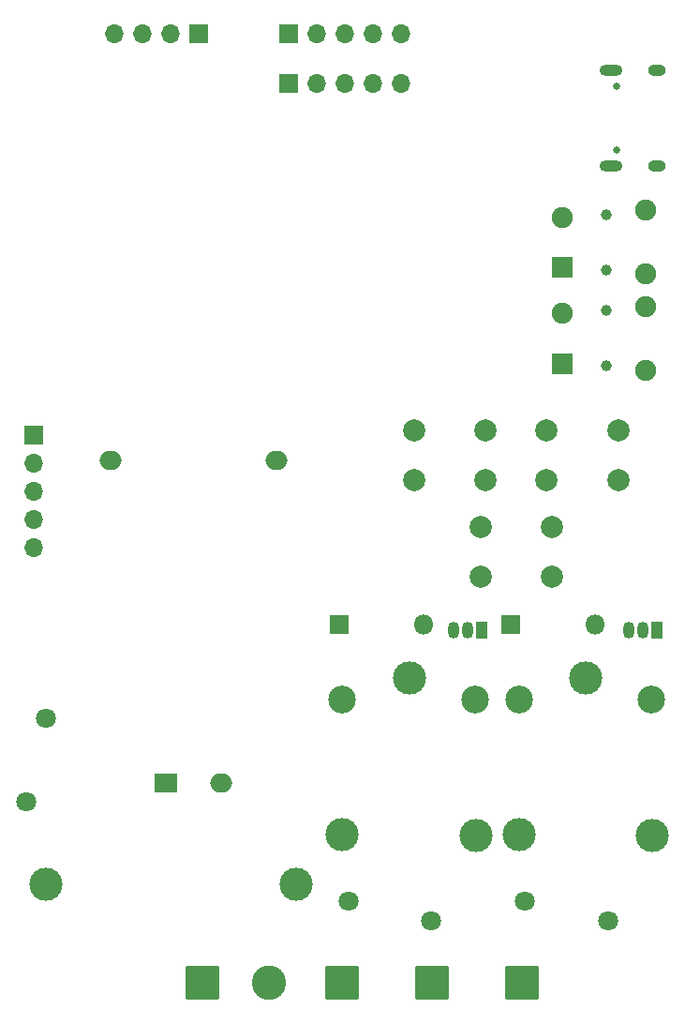
<source format=gbs>
G04 #@! TF.GenerationSoftware,KiCad,Pcbnew,8.0.7*
G04 #@! TF.CreationDate,2025-01-28T00:38:19+01:00*
G04 #@! TF.ProjectId,CustomTemperatureController,43757374-6f6d-4546-956d-706572617475,rev?*
G04 #@! TF.SameCoordinates,Original*
G04 #@! TF.FileFunction,Soldermask,Bot*
G04 #@! TF.FilePolarity,Negative*
%FSLAX46Y46*%
G04 Gerber Fmt 4.6, Leading zero omitted, Abs format (unit mm)*
G04 Created by KiCad (PCBNEW 8.0.7) date 2025-01-28 00:38:19*
%MOMM*%
%LPD*%
G01*
G04 APERTURE LIST*
G04 Aperture macros list*
%AMRoundRect*
0 Rectangle with rounded corners*
0 $1 Rounding radius*
0 $2 $3 $4 $5 $6 $7 $8 $9 X,Y pos of 4 corners*
0 Add a 4 corners polygon primitive as box body*
4,1,4,$2,$3,$4,$5,$6,$7,$8,$9,$2,$3,0*
0 Add four circle primitives for the rounded corners*
1,1,$1+$1,$2,$3*
1,1,$1+$1,$4,$5*
1,1,$1+$1,$6,$7*
1,1,$1+$1,$8,$9*
0 Add four rect primitives between the rounded corners*
20,1,$1+$1,$2,$3,$4,$5,0*
20,1,$1+$1,$4,$5,$6,$7,0*
20,1,$1+$1,$6,$7,$8,$9,0*
20,1,$1+$1,$8,$9,$2,$3,0*%
G04 Aperture macros list end*
%ADD10RoundRect,0.249999X-1.300001X-1.300001X1.300001X-1.300001X1.300001X1.300001X-1.300001X1.300001X0*%
%ADD11RoundRect,0.249999X1.300001X1.300001X-1.300001X1.300001X-1.300001X-1.300001X1.300001X-1.300001X0*%
%ADD12C,1.000000*%
%ADD13R,1.900000X1.900000*%
%ADD14C,1.900000*%
%ADD15C,1.800000*%
%ADD16O,1.800000X1.800000*%
%ADD17R,1.800000X1.800000*%
%ADD18C,2.000000*%
%ADD19R,1.700000X1.700000*%
%ADD20O,1.700000X1.700000*%
%ADD21R,2.000000X1.700000*%
%ADD22O,2.000000X1.700000*%
%ADD23R,1.050000X1.500000*%
%ADD24O,1.050000X1.500000*%
%ADD25C,3.000000*%
%ADD26C,2.500000*%
%ADD27C,0.650000*%
%ADD28O,2.100000X1.000000*%
%ADD29O,1.600000X1.000000*%
%ADD30C,3.100000*%
G04 APERTURE END LIST*
D10*
X109728000Y-146812000D03*
D11*
X125984000Y-146812000D03*
D10*
X117856000Y-146812000D03*
D12*
X133644000Y-91170500D03*
X133644000Y-86170500D03*
D13*
X129644000Y-90920500D03*
D14*
X129644000Y-86420500D03*
X137144000Y-91570500D03*
X137144000Y-85770500D03*
D15*
X110321600Y-139486400D03*
X117821600Y-141286400D03*
D16*
X117094000Y-114500000D03*
D17*
X109474000Y-114500000D03*
D18*
X134730000Y-101432000D03*
X128230000Y-101432000D03*
X134730000Y-96932000D03*
X128230000Y-96932000D03*
D19*
X104925000Y-65651500D03*
D20*
X107465000Y-65651500D03*
X110005000Y-65651500D03*
X112545000Y-65651500D03*
X115085000Y-65651500D03*
D21*
X93806000Y-128778000D03*
D22*
X98806000Y-128778000D03*
X88806000Y-99698000D03*
X103806000Y-99698000D03*
D18*
X122250000Y-105664000D03*
X128750000Y-105664000D03*
X122250000Y-110164000D03*
X128750000Y-110164000D03*
D23*
X122326400Y-115000000D03*
D24*
X121056400Y-115000000D03*
X119786400Y-115000000D03*
D15*
X81213500Y-130496000D03*
X83013500Y-122996000D03*
X133762400Y-141289800D03*
X126262400Y-139489800D03*
D19*
X96800000Y-61142500D03*
D20*
X94260000Y-61142500D03*
X91720000Y-61142500D03*
X89180000Y-61142500D03*
D12*
X133644000Y-82462500D03*
X133644000Y-77462500D03*
D13*
X129644000Y-82212500D03*
D14*
X129644000Y-77712500D03*
X137144000Y-82862500D03*
X137144000Y-77062500D03*
D23*
X138176000Y-115000000D03*
D24*
X136906000Y-115000000D03*
X135636000Y-115000000D03*
D17*
X124968000Y-114500000D03*
D16*
X132588000Y-114500000D03*
D25*
X131764000Y-119324600D03*
D26*
X125714000Y-121274600D03*
D25*
X125714000Y-133474600D03*
X137764000Y-133524600D03*
D26*
X137714000Y-121274600D03*
D19*
X104925000Y-61151500D03*
D20*
X107465000Y-61151500D03*
X110005000Y-61151500D03*
X112545000Y-61151500D03*
X115085000Y-61151500D03*
D25*
X82963500Y-137944000D03*
X105563500Y-137944000D03*
D27*
X134581800Y-71682500D03*
X134581800Y-65902500D03*
D28*
X134051800Y-73112500D03*
D29*
X138231800Y-73112500D03*
D28*
X134051800Y-64472500D03*
D29*
X138231800Y-64472500D03*
D10*
X97124000Y-146812000D03*
D30*
X103124000Y-146812000D03*
D19*
X81915000Y-97414000D03*
D20*
X81915000Y-99954000D03*
X81915000Y-102494000D03*
X81915000Y-105034000D03*
X81915000Y-107574000D03*
D18*
X122730000Y-101432000D03*
X116230000Y-101432000D03*
X122730000Y-96932000D03*
X116230000Y-96932000D03*
D26*
X121784000Y-121272000D03*
D25*
X121834000Y-133522000D03*
X109784000Y-133472000D03*
D26*
X109784000Y-121272000D03*
D25*
X115834000Y-119322000D03*
M02*

</source>
